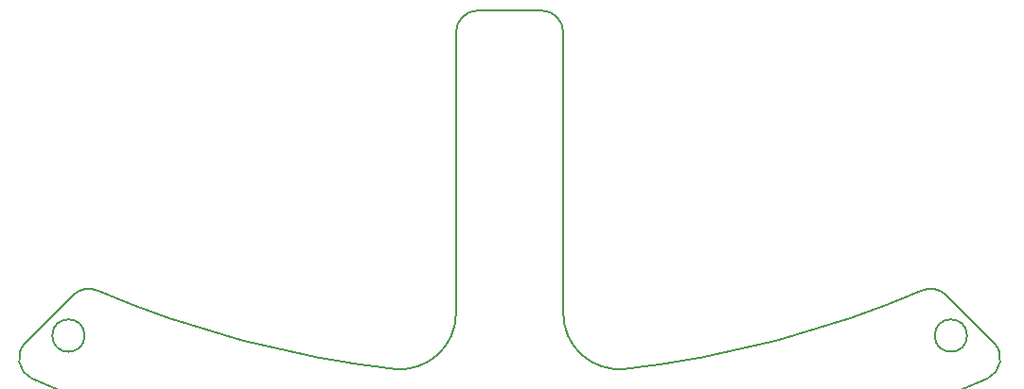
<source format=gbr>
%TF.GenerationSoftware,KiCad,Pcbnew,7.0.9*%
%TF.CreationDate,2025-05-06T13:12:29+09:00*%
%TF.ProjectId,Line_side&back,4c696e65-5f73-4696-9465-266261636b2e,rev?*%
%TF.SameCoordinates,Original*%
%TF.FileFunction,Profile,NP*%
%FSLAX46Y46*%
G04 Gerber Fmt 4.6, Leading zero omitted, Abs format (unit mm)*
G04 Created by KiCad (PCBNEW 7.0.9) date 2025-05-06 13:12:29*
%MOMM*%
%LPD*%
G01*
G04 APERTURE LIST*
%TA.AperFunction,Profile*%
%ADD10C,0.200000*%
%TD*%
G04 APERTURE END LIST*
D10*
X140698441Y-146650134D02*
G75*
G03*
X146253995Y-141681109I555559J4969034D01*
G01*
X194367272Y-144292410D02*
X190124034Y-140049172D01*
X155853995Y-141681109D02*
X155853995Y-116500209D01*
X114189270Y-139626464D02*
G75*
G03*
X111983957Y-140049173I-791070J-1836936D01*
G01*
X191975335Y-143665378D02*
G75*
G03*
X191975335Y-143665378I-1450000J0D01*
G01*
X193784368Y-147525612D02*
G75*
G03*
X194367271Y-144292411I-831268J1819012D01*
G01*
X155853991Y-116500209D02*
G75*
G03*
X153853995Y-114500209I-1999991J9D01*
G01*
X108323601Y-147525658D02*
G75*
G03*
X193784389Y-147525658I42730394J93498413D01*
G01*
X113032655Y-143665378D02*
G75*
G03*
X113032655Y-143665378I-1450000J0D01*
G01*
X148253995Y-114500195D02*
G75*
G03*
X146253995Y-116500209I5J-2000005D01*
G01*
X155853992Y-141681109D02*
G75*
G03*
X161409551Y-146650149I5000008J9D01*
G01*
X114189258Y-139626493D02*
G75*
G03*
X140698439Y-146650148I36864742J85599293D01*
G01*
X190124019Y-140049187D02*
G75*
G03*
X187918732Y-139626493I-1414219J-1414213D01*
G01*
X111983956Y-140049172D02*
X107740718Y-144292410D01*
X161409550Y-146650143D02*
G75*
G03*
X187918732Y-139626491I-10355550J92622943D01*
G01*
X146253995Y-116500209D02*
X146253995Y-141681109D01*
X153853995Y-114500209D02*
X148253995Y-114500209D01*
X107740685Y-144292377D02*
G75*
G03*
X108323601Y-147525659I1414215J-1414223D01*
G01*
M02*

</source>
